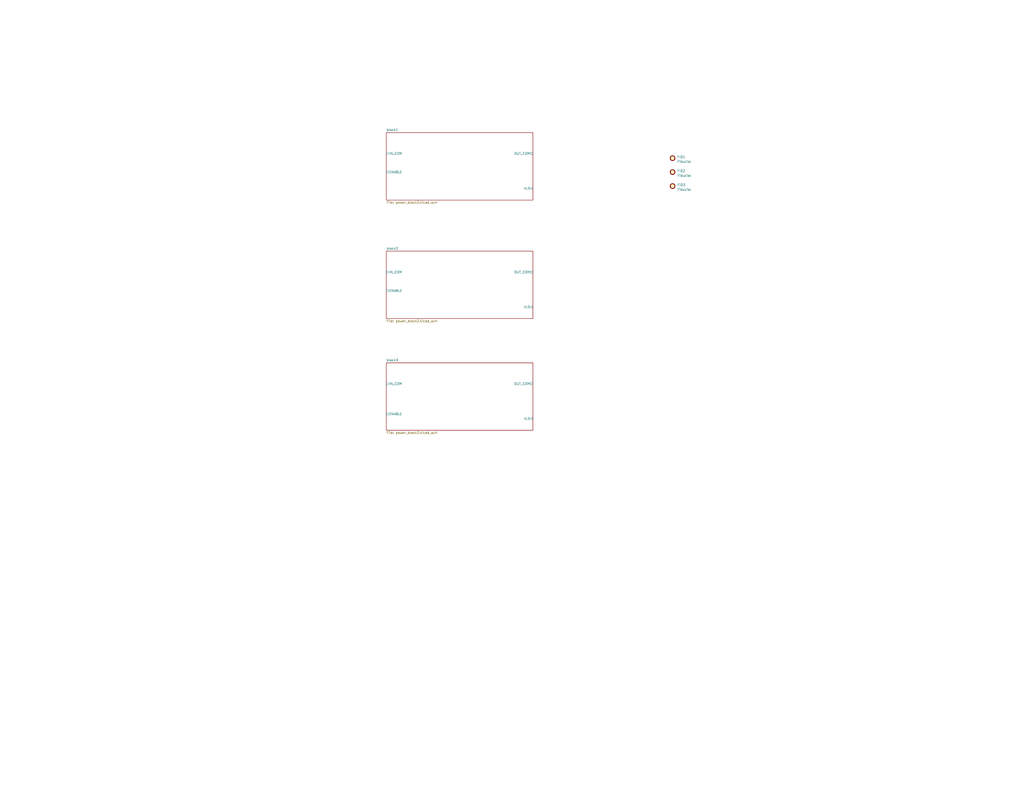
<source format=kicad_sch>
(kicad_sch (version 20231120) (generator "eeschema") (generator_version "8.0")
  (paper "C")
  (lib_symbols
    (symbol "Mechanical:Fiducial"
      (property "Reference" "FID" (at 0 5.08 0))
      (property "Value" "Fiducial" (at 0 3.175 0))
      (symbol "Fiducial_0_1"
        (circle (center 0 0) (radius 1.27) (stroke (width 0.508)) (fill (type background)))
      )
    )
  )
  (symbol (lib_id "Mechanical:Fiducial") (at 367.03 101.6 0) (unit 1)
    (property "Reference" "FID3" (at 369.57 100.965 0) (effects (justify left)))
    (property "Value" "Fiducial" (at 369.57 103.505 0) (effects (justify left)))
    (property "Footprint" "Fiducial:Fiducial_0.75mm_Mask1.5mm" (effects (hide yes)))
  )
  (symbol (lib_id "Mechanical:Fiducial") (at 367.03 93.98 0) (unit 1)
    (property "Reference" "FID2" (at 369.57 93.345 0) (effects (justify left)))
    (property "Value" "Fiducial" (at 369.57 95.885 0) (effects (justify left)))
    (property "Footprint" "Fiducial:Fiducial_0.75mm_Mask1.5mm" (effects (hide yes)))
  )
  (symbol (lib_id "Mechanical:Fiducial") (at 367.03 86.36 0) (unit 1)
    (property "Reference" "FID1" (at 369.57 85.725 0) (effects (justify left)))
    (property "Value" "Fiducial" (at 369.57 88.265 0) (effects (justify left)))
    (property "Footprint" "Fiducial:Fiducial_0.75mm_Mask1.5mm" (effects (hide yes)))
  )
  (sheet (at 210.82 198.12) (size 80.01 36.83) (stroke (width 0.1524))
    (property "Sheetname" "block3" (at 210.82 197.4084 0) (effects (justify left bottom)))
    (property "Sheetfile" "power_block2.kicad_sch" (at 210.82 235.5346 0) (effects (justify left top)))
    (pin "OUT_COM" output (at 290.83 209.55 0))
    (pin "IN_COM" input (at 210.82 209.55 180))
    (pin "VLS" bidirectional (at 290.83 228.6 0))
    (pin "ENABLE" input (at 210.82 226.06 180))
  )
  (sheet (at 210.82 72.39) (size 80.01 36.83) (stroke (width 0.1524))
    (property "Sheetname" "block1" (at 210.82 71.6784 0) (effects (justify left bottom)))
    (property "Sheetfile" "power_block2.kicad_sch" (at 210.82 109.8046 0) (effects (justify left top)))
    (pin "OUT_COM" output (at 290.83 83.82 0))
    (pin "IN_COM" input (at 210.82 83.82 180))
    (pin "VLS" bidirectional (at 290.83 102.87 0))
    (pin "ENABLE" input (at 210.82 93.98 180))
  )
  (sheet (at 210.82 137.16) (size 80.01 36.83) (stroke (width 0.1524))
    (property "Sheetname" "block2" (at 210.82 136.4484 0) (effects (justify left bottom)))
    (property "Sheetfile" "power_block2.kicad_sch" (at 210.82 174.5746 0) (effects (justify left top)))
    (pin "OUT_COM" output (at 290.83 148.59 0))
    (pin "IN_COM" input (at 210.82 148.59 180))
    (pin "VLS" bidirectional (at 290.83 167.64 0))
    (pin "ENABLE" input (at 210.82 158.75 180))
  )
)
</source>
